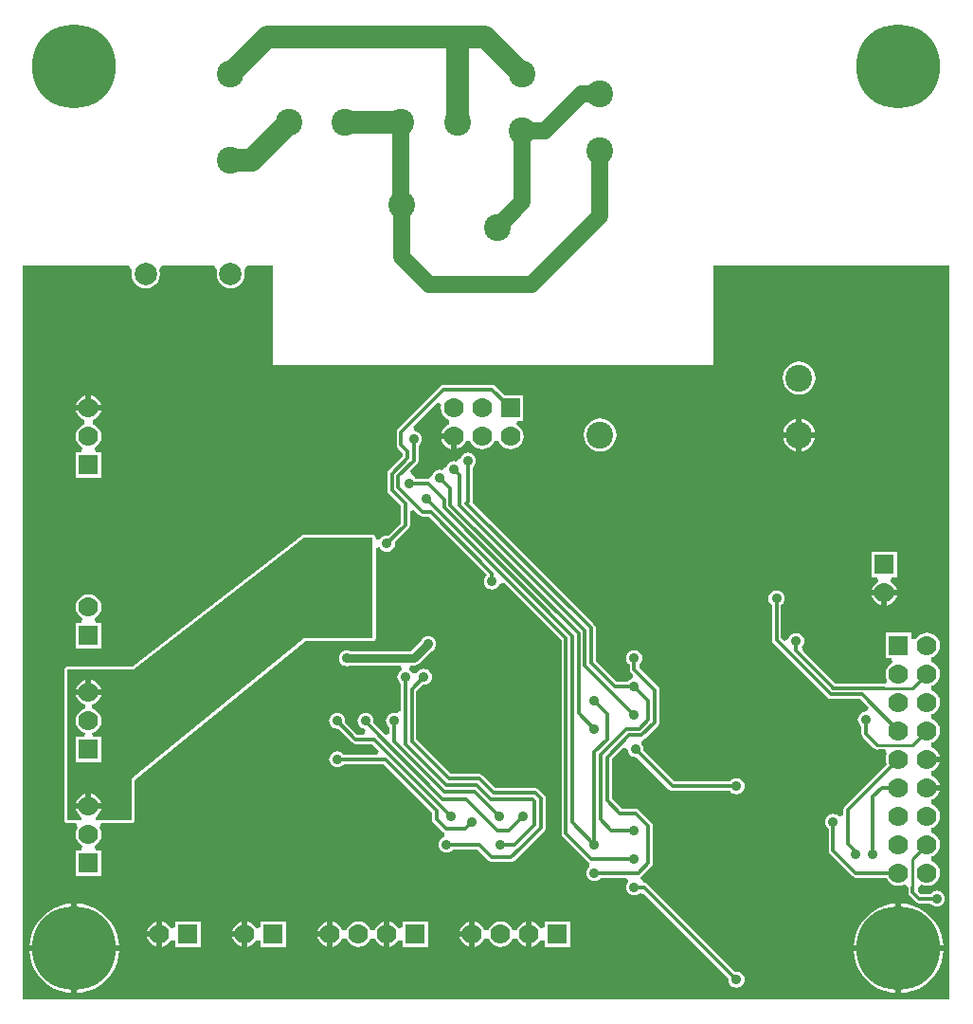
<source format=gbl>
G04*
G04 #@! TF.GenerationSoftware,Altium Limited,Altium Designer,20.0.10 (225)*
G04*
G04 Layer_Physical_Order=2*
G04 Layer_Color=16711680*
%FSLAX44Y44*%
%MOMM*%
G71*
G01*
G75*
%ADD13C,0.2540*%
%ADD15C,0.3048*%
%ADD59C,0.7620*%
%ADD65C,2.0320*%
%ADD66C,1.5240*%
%ADD68C,2.4000*%
%ADD69C,1.7780*%
%ADD70R,1.7780X1.7780*%
%ADD71R,1.7780X1.7780*%
%ADD72C,7.5000*%
%ADD73C,2.0000*%
%ADD74C,0.9144*%
G36*
X1772920Y411480D02*
X944880D01*
Y1066800D01*
X1039730D01*
X1042276Y1062990D01*
X1042083Y1062524D01*
X1041652Y1059250D01*
X1042083Y1055976D01*
X1043346Y1052926D01*
X1045356Y1050306D01*
X1047976Y1048296D01*
X1051026Y1047033D01*
X1054300Y1046602D01*
X1057574Y1047033D01*
X1060624Y1048296D01*
X1063244Y1050306D01*
X1065254Y1052926D01*
X1066517Y1055976D01*
X1066948Y1059250D01*
X1066517Y1062524D01*
X1066324Y1062990D01*
X1068870Y1066800D01*
X1115730D01*
X1118276Y1062990D01*
X1118083Y1062524D01*
X1117652Y1059250D01*
X1118083Y1055976D01*
X1119346Y1052926D01*
X1121356Y1050306D01*
X1123976Y1048296D01*
X1127026Y1047033D01*
X1130300Y1046602D01*
X1133574Y1047033D01*
X1136624Y1048296D01*
X1139244Y1050306D01*
X1141254Y1052926D01*
X1142517Y1055976D01*
X1142948Y1059250D01*
X1142517Y1062524D01*
X1142324Y1062990D01*
X1144870Y1066800D01*
X1168400D01*
Y977900D01*
X1562100D01*
Y1066800D01*
X1772920D01*
Y411480D01*
D02*
G37*
%LPC*%
G36*
X1638300Y981135D02*
X1634504Y980636D01*
X1630967Y979171D01*
X1627930Y976840D01*
X1625599Y973803D01*
X1624134Y970266D01*
X1623634Y966470D01*
X1624134Y962674D01*
X1625599Y959137D01*
X1627930Y956100D01*
X1630967Y953769D01*
X1634504Y952304D01*
X1638300Y951805D01*
X1642096Y952304D01*
X1645633Y953769D01*
X1648670Y956100D01*
X1651001Y959137D01*
X1652466Y962674D01*
X1652966Y966470D01*
X1652466Y970266D01*
X1651001Y973803D01*
X1648670Y976840D01*
X1645633Y979171D01*
X1642096Y980636D01*
X1638300Y981135D01*
D02*
G37*
G36*
X1005840Y950994D02*
Y942340D01*
X1014494D01*
X1014436Y942784D01*
X1013284Y945564D01*
X1011452Y947952D01*
X1009064Y949784D01*
X1006284Y950936D01*
X1005840Y950994D01*
D02*
G37*
G36*
X1000760D02*
X1000316Y950936D01*
X997536Y949784D01*
X995148Y947952D01*
X993316Y945564D01*
X992164Y942784D01*
X992106Y942340D01*
X1000760D01*
Y950994D01*
D02*
G37*
G36*
X1640840Y930001D02*
Y918210D01*
X1652631D01*
X1652466Y919466D01*
X1651001Y923003D01*
X1648670Y926040D01*
X1645633Y928371D01*
X1642096Y929836D01*
X1640840Y930001D01*
D02*
G37*
G36*
X1635760D02*
X1634504Y929836D01*
X1630967Y928371D01*
X1627930Y926040D01*
X1625599Y923003D01*
X1624134Y919466D01*
X1623969Y918210D01*
X1635760D01*
Y930001D01*
D02*
G37*
G36*
X1327150Y911860D02*
X1318496D01*
X1318554Y911416D01*
X1319706Y908636D01*
X1321538Y906248D01*
X1323926Y904416D01*
X1326706Y903264D01*
X1327150Y903206D01*
Y911860D01*
D02*
G37*
G36*
X1363980Y960454D02*
X1320800D01*
X1319214Y960138D01*
X1317870Y959240D01*
X1279770Y921140D01*
X1278872Y919796D01*
X1278556Y918210D01*
Y906780D01*
X1278872Y905194D01*
X1279770Y903850D01*
X1284398Y899222D01*
Y896841D01*
X1271642Y884085D01*
X1270744Y882740D01*
X1270428Y881155D01*
Y866365D01*
X1270744Y864780D01*
X1271642Y863435D01*
X1282366Y852711D01*
Y836806D01*
X1271161Y825601D01*
X1270000Y825753D01*
X1268143Y825509D01*
X1266413Y824792D01*
X1264928Y823652D01*
X1263788Y822167D01*
X1263700Y821954D01*
X1259890Y822712D01*
Y824230D01*
X1259693Y825221D01*
X1259131Y826061D01*
X1258291Y826623D01*
X1257300Y826820D01*
X1196340D01*
X1196002Y826752D01*
X1195658Y826728D01*
X1195510Y826655D01*
X1195349Y826623D01*
X1195062Y826431D01*
X1194754Y826277D01*
X1043054Y708710D01*
X984250D01*
X983259Y708513D01*
X982419Y707951D01*
X981857Y707111D01*
X981660Y706120D01*
Y571500D01*
X981857Y570509D01*
X982419Y569669D01*
X983259Y569107D01*
X984250Y568910D01*
X991848D01*
X993727Y565100D01*
X993316Y564564D01*
X992164Y561784D01*
X991771Y558800D01*
X992164Y555816D01*
X993316Y553036D01*
X995148Y550648D01*
X997536Y548816D01*
X997960Y548640D01*
X997203Y544830D01*
X991870D01*
Y521970D01*
X1014730D01*
Y544830D01*
X1009398D01*
X1008640Y548640D01*
X1009064Y548816D01*
X1011452Y550648D01*
X1013284Y553036D01*
X1014436Y555816D01*
X1014829Y558800D01*
X1014436Y561784D01*
X1013284Y564564D01*
X1012873Y565100D01*
X1014752Y568910D01*
X1041773D01*
X1042764Y569107D01*
X1043604Y569669D01*
X1044166Y570509D01*
X1044363Y571500D01*
X1044363Y607469D01*
X1197258Y731470D01*
X1257300D01*
X1258291Y731667D01*
X1259131Y732229D01*
X1259693Y733069D01*
X1259890Y734060D01*
Y814448D01*
X1263700Y815206D01*
X1263788Y814993D01*
X1264928Y813508D01*
X1266413Y812368D01*
X1268143Y811651D01*
X1270000Y811407D01*
X1271857Y811651D01*
X1273587Y812368D01*
X1275072Y813508D01*
X1276212Y814993D01*
X1276929Y816723D01*
X1277173Y818580D01*
X1277021Y819741D01*
X1289440Y832160D01*
X1290338Y833504D01*
X1290654Y835090D01*
Y847348D01*
X1294174Y848806D01*
X1298820Y844160D01*
X1300164Y843262D01*
X1301750Y842946D01*
X1301750Y842946D01*
X1307371D01*
X1358999Y791319D01*
X1358908Y789932D01*
X1357768Y788447D01*
X1357051Y786717D01*
X1356807Y784860D01*
X1357051Y783003D01*
X1357768Y781273D01*
X1358908Y779788D01*
X1360393Y778648D01*
X1362123Y777931D01*
X1363980Y777687D01*
X1365837Y777931D01*
X1367567Y778648D01*
X1369052Y779788D01*
X1370192Y781273D01*
X1370592Y782239D01*
X1373036Y783227D01*
X1374806Y783414D01*
X1425876Y732344D01*
Y560070D01*
X1426192Y558484D01*
X1427090Y557140D01*
X1449950Y534280D01*
X1450228Y534095D01*
X1450423Y533684D01*
X1450694Y530641D01*
X1450486Y529688D01*
X1450348Y529582D01*
X1449208Y528097D01*
X1448491Y526367D01*
X1448247Y524510D01*
X1448491Y522653D01*
X1449208Y520923D01*
X1450348Y519438D01*
X1451833Y518298D01*
X1453563Y517581D01*
X1455420Y517337D01*
X1457277Y517581D01*
X1459007Y518298D01*
X1460492Y519438D01*
X1461205Y520366D01*
X1484189D01*
X1485381Y517950D01*
X1485658Y516556D01*
X1484768Y515397D01*
X1484051Y513667D01*
X1483807Y511810D01*
X1484051Y509953D01*
X1484768Y508223D01*
X1485908Y506738D01*
X1487393Y505598D01*
X1489123Y504881D01*
X1490980Y504637D01*
X1492837Y504881D01*
X1494567Y505598D01*
X1496052Y506738D01*
X1499933Y505887D01*
X1575399Y430421D01*
X1575247Y429260D01*
X1575491Y427403D01*
X1576208Y425673D01*
X1577348Y424188D01*
X1578833Y423048D01*
X1580563Y422331D01*
X1582420Y422087D01*
X1584277Y422331D01*
X1586007Y423048D01*
X1587492Y424188D01*
X1588632Y425673D01*
X1589349Y427403D01*
X1589593Y429260D01*
X1589349Y431117D01*
X1588632Y432847D01*
X1587492Y434332D01*
X1586007Y435472D01*
X1584277Y436189D01*
X1582420Y436433D01*
X1581259Y436281D01*
X1502800Y514740D01*
X1501456Y515638D01*
X1499870Y515954D01*
X1499535D01*
X1498683Y516465D01*
X1496566Y519681D01*
X1496902Y521033D01*
X1497720Y521580D01*
X1506610Y530470D01*
X1507508Y531814D01*
X1507824Y533400D01*
Y566420D01*
X1507508Y568006D01*
X1506610Y569350D01*
X1495180Y580780D01*
X1493836Y581678D01*
X1492250Y581994D01*
X1479996D01*
X1470740Y591250D01*
Y626114D01*
X1481478Y636852D01*
X1485086Y635073D01*
X1485077Y635000D01*
X1485321Y633143D01*
X1486038Y631413D01*
X1487178Y629928D01*
X1488663Y628788D01*
X1490393Y628071D01*
X1492250Y627827D01*
X1493411Y627979D01*
X1522340Y599050D01*
X1523684Y598152D01*
X1525270Y597836D01*
X1576635D01*
X1577348Y596908D01*
X1578833Y595768D01*
X1580563Y595051D01*
X1582420Y594807D01*
X1584277Y595051D01*
X1586007Y595768D01*
X1587492Y596908D01*
X1588632Y598393D01*
X1589349Y600123D01*
X1589593Y601980D01*
X1589349Y603837D01*
X1588632Y605567D01*
X1587492Y607052D01*
X1586007Y608192D01*
X1584277Y608909D01*
X1582420Y609153D01*
X1580563Y608909D01*
X1578833Y608192D01*
X1577348Y607052D01*
X1576635Y606124D01*
X1526986D01*
X1499271Y633839D01*
X1499423Y635000D01*
X1499179Y636857D01*
X1498462Y638587D01*
X1497572Y639746D01*
X1497583Y640751D01*
X1498746Y643782D01*
X1499198Y643872D01*
X1500543Y644770D01*
X1512198Y656425D01*
X1513096Y657770D01*
X1513412Y659355D01*
Y687832D01*
X1513096Y689418D01*
X1512198Y690762D01*
X1495901Y707059D01*
X1496052Y711208D01*
X1497192Y712693D01*
X1497909Y714423D01*
X1498153Y716280D01*
X1497909Y718137D01*
X1497192Y719867D01*
X1496052Y721352D01*
X1494567Y722492D01*
X1492837Y723209D01*
X1490980Y723453D01*
X1489123Y723209D01*
X1487393Y722492D01*
X1485908Y721352D01*
X1484768Y719867D01*
X1484051Y718137D01*
X1483807Y716280D01*
X1484051Y714423D01*
X1484768Y712693D01*
X1485908Y711208D01*
X1486836Y710495D01*
Y706120D01*
X1487152Y704534D01*
X1488050Y703190D01*
X1489534Y701706D01*
X1489348Y699936D01*
X1488359Y697493D01*
X1487393Y697092D01*
X1485908Y695952D01*
X1485195Y695024D01*
X1475199D01*
X1456516Y713707D01*
Y743318D01*
X1456200Y744904D01*
X1455302Y746248D01*
X1346397Y855153D01*
X1346534Y855840D01*
Y887025D01*
X1347462Y887738D01*
X1348602Y889223D01*
X1349319Y890953D01*
X1349563Y892810D01*
X1349319Y894667D01*
X1348602Y896397D01*
X1347462Y897882D01*
X1345977Y899022D01*
X1344247Y899739D01*
X1342390Y899983D01*
X1340533Y899739D01*
X1338803Y899022D01*
X1337318Y897882D01*
X1336178Y896397D01*
X1335461Y894667D01*
X1335435Y894468D01*
X1335187Y894116D01*
X1332119Y892227D01*
X1331547Y892119D01*
X1329690Y892363D01*
X1327833Y892119D01*
X1326103Y891402D01*
X1324618Y890262D01*
X1323478Y888777D01*
X1322761Y887047D01*
X1322735Y886848D01*
X1322487Y886496D01*
X1319419Y884607D01*
X1318847Y884499D01*
X1316990Y884743D01*
X1315133Y884499D01*
X1313403Y883782D01*
X1311918Y882642D01*
X1310778Y881157D01*
X1310147Y879635D01*
X1310003Y879380D01*
X1306993Y876929D01*
X1306085Y876724D01*
X1296105D01*
X1295392Y877652D01*
X1293907Y878792D01*
X1292177Y879509D01*
X1292089Y879520D01*
X1290672Y883492D01*
X1297060Y889880D01*
X1297958Y891224D01*
X1298274Y892810D01*
Y906424D01*
X1299202Y907137D01*
X1300342Y908623D01*
X1301059Y910353D01*
X1301303Y912209D01*
X1301059Y914066D01*
X1300342Y915796D01*
X1299202Y917282D01*
X1297717Y918422D01*
X1295987Y919138D01*
X1295006Y919268D01*
X1293764Y921540D01*
X1293492Y923142D01*
X1315347Y944997D01*
X1318577Y942839D01*
X1318554Y942784D01*
X1318161Y939800D01*
X1318554Y936816D01*
X1319706Y934036D01*
X1321538Y931648D01*
X1323926Y929816D01*
X1325761Y929056D01*
Y925144D01*
X1323926Y924384D01*
X1321538Y922552D01*
X1319706Y920164D01*
X1318554Y917384D01*
X1318496Y916940D01*
X1329690D01*
Y914400D01*
X1332230D01*
Y903206D01*
X1332674Y903264D01*
X1335454Y904416D01*
X1337842Y906248D01*
X1339674Y908636D01*
X1340434Y910471D01*
X1344346D01*
X1345106Y908636D01*
X1346938Y906248D01*
X1349326Y904416D01*
X1352106Y903264D01*
X1355090Y902871D01*
X1358074Y903264D01*
X1360854Y904416D01*
X1363242Y906248D01*
X1365074Y908636D01*
X1365834Y910471D01*
X1369746D01*
X1370506Y908636D01*
X1372338Y906248D01*
X1374726Y904416D01*
X1377506Y903264D01*
X1380490Y902871D01*
X1383474Y903264D01*
X1386254Y904416D01*
X1388642Y906248D01*
X1390474Y908636D01*
X1391626Y911416D01*
X1392019Y914400D01*
X1391626Y917384D01*
X1390474Y920164D01*
X1388642Y922552D01*
X1386254Y924384D01*
X1385830Y924560D01*
X1386588Y928370D01*
X1391920D01*
Y951230D01*
X1374920D01*
X1366910Y959240D01*
X1365566Y960138D01*
X1363980Y960454D01*
D02*
G37*
G36*
X1652631Y913130D02*
X1640840D01*
Y901339D01*
X1642096Y901504D01*
X1645633Y902969D01*
X1648670Y905300D01*
X1651001Y908337D01*
X1652466Y911874D01*
X1652631Y913130D01*
D02*
G37*
G36*
X1635760D02*
X1623969D01*
X1624134Y911874D01*
X1625599Y908337D01*
X1627930Y905300D01*
X1630967Y902969D01*
X1634504Y901504D01*
X1635760Y901339D01*
Y913130D01*
D02*
G37*
G36*
X1460500Y930335D02*
X1456704Y929836D01*
X1453167Y928371D01*
X1450130Y926040D01*
X1447799Y923003D01*
X1446334Y919466D01*
X1445835Y915670D01*
X1446334Y911874D01*
X1447799Y908337D01*
X1450130Y905300D01*
X1453167Y902969D01*
X1456704Y901504D01*
X1460500Y901004D01*
X1464296Y901504D01*
X1467833Y902969D01*
X1470870Y905300D01*
X1473201Y908337D01*
X1474666Y911874D01*
X1475166Y915670D01*
X1474666Y919466D01*
X1473201Y923003D01*
X1470870Y926040D01*
X1467833Y928371D01*
X1464296Y929836D01*
X1460500Y930335D01*
D02*
G37*
G36*
X1014494Y937260D02*
X1003300D01*
X992106D01*
X992164Y936816D01*
X993316Y934036D01*
X995148Y931648D01*
X997536Y929816D01*
X999371Y929056D01*
Y925144D01*
X997536Y924384D01*
X995148Y922552D01*
X993316Y920164D01*
X992164Y917384D01*
X991771Y914400D01*
X992164Y911416D01*
X993316Y908636D01*
X995148Y906248D01*
X997536Y904416D01*
X997960Y904240D01*
X997203Y900430D01*
X991870D01*
Y877570D01*
X1014730D01*
Y900430D01*
X1009398D01*
X1008640Y904240D01*
X1009064Y904416D01*
X1011452Y906248D01*
X1013284Y908636D01*
X1014436Y911416D01*
X1014829Y914400D01*
X1014436Y917384D01*
X1013284Y920164D01*
X1011452Y922552D01*
X1009064Y924384D01*
X1007229Y925144D01*
Y929056D01*
X1009064Y929816D01*
X1011452Y931648D01*
X1013284Y934036D01*
X1014436Y936816D01*
X1014494Y937260D01*
D02*
G37*
G36*
X1725930Y811530D02*
X1703070D01*
Y788670D01*
X1708403D01*
X1709160Y784860D01*
X1708736Y784684D01*
X1706348Y782852D01*
X1704516Y780464D01*
X1703364Y777684D01*
X1703306Y777240D01*
X1714500D01*
X1725694D01*
X1725636Y777684D01*
X1724484Y780464D01*
X1722652Y782852D01*
X1720264Y784684D01*
X1719840Y784860D01*
X1720598Y788670D01*
X1725930D01*
Y811530D01*
D02*
G37*
G36*
X1725694Y772160D02*
X1717040D01*
Y763506D01*
X1717484Y763564D01*
X1720264Y764716D01*
X1722652Y766548D01*
X1724484Y768936D01*
X1725636Y771716D01*
X1725694Y772160D01*
D02*
G37*
G36*
X1711960D02*
X1703306D01*
X1703364Y771716D01*
X1704516Y768936D01*
X1706348Y766548D01*
X1708736Y764716D01*
X1711516Y763564D01*
X1711960Y763506D01*
Y772160D01*
D02*
G37*
G36*
X1003300Y773529D02*
X1000316Y773136D01*
X997536Y771984D01*
X995148Y770152D01*
X993316Y767764D01*
X992164Y764984D01*
X991771Y762000D01*
X992164Y759016D01*
X993316Y756236D01*
X995148Y753848D01*
X997536Y752016D01*
X997960Y751840D01*
X997203Y748030D01*
X991870D01*
Y725170D01*
X1014730D01*
Y748030D01*
X1009398D01*
X1008640Y751840D01*
X1009064Y752016D01*
X1011452Y753848D01*
X1013284Y756236D01*
X1014436Y759016D01*
X1014829Y762000D01*
X1014436Y764984D01*
X1013284Y767764D01*
X1011452Y770152D01*
X1009064Y771984D01*
X1006284Y773136D01*
X1003300Y773529D01*
D02*
G37*
G36*
X1306830Y736153D02*
X1304973Y735909D01*
X1303243Y735192D01*
X1301758Y734052D01*
X1300618Y732567D01*
X1300163Y731469D01*
X1291448Y722754D01*
X1237394D01*
X1236297Y723209D01*
X1234440Y723453D01*
X1232583Y723209D01*
X1230853Y722492D01*
X1229368Y721352D01*
X1228228Y719867D01*
X1227511Y718137D01*
X1227267Y716280D01*
X1227511Y714423D01*
X1228228Y712693D01*
X1229368Y711208D01*
X1230853Y710068D01*
X1232583Y709351D01*
X1234440Y709107D01*
X1236297Y709351D01*
X1237394Y709806D01*
X1282198D01*
X1282955Y705996D01*
X1282923Y705982D01*
X1281438Y704842D01*
X1280298Y703357D01*
X1279581Y701627D01*
X1279337Y699770D01*
X1279581Y697913D01*
X1280298Y696183D01*
X1281438Y694698D01*
X1282366Y693985D01*
Y669550D01*
X1281802Y668868D01*
X1278556Y667184D01*
X1278207Y667329D01*
X1276350Y667573D01*
X1274493Y667329D01*
X1272763Y666612D01*
X1271278Y665472D01*
X1270138Y663987D01*
X1269421Y662257D01*
X1269177Y660400D01*
X1269421Y658543D01*
X1270138Y656813D01*
X1271278Y655328D01*
X1272206Y654615D01*
Y648994D01*
X1268686Y647536D01*
X1257820Y658402D01*
X1257879Y658543D01*
X1258123Y660400D01*
X1257879Y662257D01*
X1257162Y663987D01*
X1256022Y665472D01*
X1254537Y666612D01*
X1252807Y667329D01*
X1250950Y667573D01*
X1249093Y667329D01*
X1247363Y666612D01*
X1245878Y665472D01*
X1244738Y663987D01*
X1244021Y662257D01*
X1243777Y660400D01*
X1244021Y658543D01*
X1244738Y656813D01*
X1245878Y655328D01*
X1247363Y654188D01*
X1249093Y653471D01*
X1249796Y653379D01*
X1250904Y651844D01*
X1249013Y648034D01*
X1243776D01*
X1232571Y659239D01*
X1232723Y660400D01*
X1232479Y662257D01*
X1231762Y663987D01*
X1230622Y665472D01*
X1229137Y666612D01*
X1227407Y667329D01*
X1225550Y667573D01*
X1223693Y667329D01*
X1221963Y666612D01*
X1220478Y665472D01*
X1219338Y663987D01*
X1218621Y662257D01*
X1218377Y660400D01*
X1218621Y658543D01*
X1219338Y656813D01*
X1220478Y655328D01*
X1221963Y654188D01*
X1223693Y653471D01*
X1225550Y653227D01*
X1226711Y653379D01*
X1239130Y640960D01*
X1240474Y640062D01*
X1242060Y639746D01*
X1256854D01*
X1262826Y633774D01*
X1261368Y630254D01*
X1231335D01*
X1230622Y631182D01*
X1229137Y632322D01*
X1227407Y633039D01*
X1225550Y633283D01*
X1223693Y633039D01*
X1221963Y632322D01*
X1220478Y631182D01*
X1219338Y629697D01*
X1218621Y627967D01*
X1218377Y626110D01*
X1218621Y624253D01*
X1219338Y622523D01*
X1220478Y621038D01*
X1221963Y619898D01*
X1223693Y619181D01*
X1225550Y618937D01*
X1227407Y619181D01*
X1229137Y619898D01*
X1230622Y621038D01*
X1231335Y621966D01*
X1266731D01*
X1310306Y578391D01*
Y572770D01*
X1310622Y571184D01*
X1311520Y569840D01*
X1320410Y560950D01*
X1320945Y560593D01*
X1321173Y559005D01*
X1321054Y557687D01*
X1320708Y556518D01*
X1319753Y556122D01*
X1318268Y554982D01*
X1317128Y553497D01*
X1316411Y551767D01*
X1316167Y549910D01*
X1316411Y548053D01*
X1317128Y546323D01*
X1318268Y544838D01*
X1319753Y543698D01*
X1321483Y542981D01*
X1323340Y542737D01*
X1325197Y542981D01*
X1326927Y543698D01*
X1328412Y544838D01*
X1329125Y545766D01*
X1350834D01*
X1361050Y535550D01*
X1362394Y534652D01*
X1363980Y534336D01*
X1380773D01*
X1382358Y534652D01*
X1383703Y535550D01*
X1391972Y543819D01*
X1391972Y543819D01*
X1410598Y562445D01*
X1411496Y563790D01*
X1411812Y565375D01*
Y591079D01*
X1411812Y591079D01*
X1411496Y592665D01*
X1410598Y594009D01*
X1405539Y599068D01*
X1404195Y599966D01*
X1402609Y600282D01*
X1367024D01*
X1355537Y611768D01*
X1354193Y612666D01*
X1352607Y612982D01*
X1326949D01*
X1296242Y643689D01*
Y687132D01*
X1301859Y692749D01*
X1303020Y692597D01*
X1304877Y692841D01*
X1306607Y693558D01*
X1308092Y694698D01*
X1309232Y696183D01*
X1309949Y697913D01*
X1310193Y699770D01*
X1309949Y701627D01*
X1309232Y703357D01*
X1308092Y704842D01*
X1306607Y705982D01*
X1304877Y706699D01*
X1303020Y706943D01*
X1301163Y706699D01*
X1299433Y705982D01*
X1297948Y704842D01*
X1296808Y703357D01*
X1292722D01*
X1291582Y704842D01*
X1290097Y705982D01*
X1290065Y705996D01*
X1290822Y709806D01*
X1294130D01*
X1296608Y710298D01*
X1298708Y711702D01*
X1309319Y722313D01*
X1310417Y722768D01*
X1311902Y723908D01*
X1313042Y725393D01*
X1313759Y727123D01*
X1314003Y728980D01*
X1313759Y730837D01*
X1313042Y732567D01*
X1311902Y734052D01*
X1310417Y735192D01*
X1308687Y735909D01*
X1306830Y736153D01*
D02*
G37*
G36*
X1618090Y776793D02*
X1616233Y776549D01*
X1614503Y775832D01*
X1613018Y774692D01*
X1611878Y773207D01*
X1611161Y771477D01*
X1610917Y769620D01*
X1611161Y767763D01*
X1611878Y766033D01*
X1613018Y764548D01*
X1613946Y763835D01*
Y732680D01*
X1614262Y731094D01*
X1615160Y729750D01*
X1663818Y681092D01*
X1665162Y680194D01*
X1666748Y679878D01*
X1692972D01*
X1700651Y672199D01*
X1698714Y668748D01*
X1697990Y668843D01*
X1696133Y668599D01*
X1694403Y667882D01*
X1692918Y666742D01*
X1691778Y665257D01*
X1691061Y663527D01*
X1690817Y661670D01*
X1691061Y659813D01*
X1691778Y658083D01*
X1692918Y656598D01*
X1694107Y655685D01*
Y648709D01*
X1694423Y647123D01*
X1695321Y645779D01*
X1705220Y635880D01*
X1706564Y634982D01*
X1708150Y634666D01*
X1709452Y634925D01*
X1714755D01*
X1715879Y633532D01*
X1716902Y631115D01*
X1716064Y629094D01*
X1715671Y626110D01*
X1716064Y623126D01*
X1716736Y621506D01*
X1679312Y584082D01*
X1678414Y582738D01*
X1678098Y581152D01*
Y575825D01*
X1674288Y574734D01*
X1673852Y575302D01*
X1672367Y576442D01*
X1670637Y577159D01*
X1668780Y577403D01*
X1666923Y577159D01*
X1665193Y576442D01*
X1663708Y575302D01*
X1662568Y573817D01*
X1661851Y572087D01*
X1661607Y570230D01*
X1661851Y568373D01*
X1662568Y566643D01*
X1663708Y565158D01*
X1664636Y564445D01*
Y544830D01*
X1664952Y543244D01*
X1665850Y541900D01*
X1686170Y521580D01*
X1687514Y520682D01*
X1689100Y520366D01*
X1716545D01*
X1717216Y518746D01*
X1719048Y516358D01*
X1721436Y514526D01*
X1724216Y513374D01*
X1727200Y512981D01*
X1730184Y513374D01*
X1732205Y514212D01*
X1733640Y513797D01*
X1733894Y513648D01*
X1735770Y511876D01*
X1735756Y511810D01*
Y507492D01*
X1736072Y505906D01*
X1736970Y504562D01*
X1742812Y498720D01*
X1744156Y497822D01*
X1745742Y497506D01*
X1755705D01*
X1756418Y496578D01*
X1757903Y495438D01*
X1759633Y494721D01*
X1761490Y494477D01*
X1763347Y494721D01*
X1765077Y495438D01*
X1766562Y496578D01*
X1767702Y498063D01*
X1768419Y499793D01*
X1768663Y501650D01*
X1768419Y503507D01*
X1767702Y505237D01*
X1766562Y506722D01*
X1765077Y507862D01*
X1763347Y508579D01*
X1761490Y508823D01*
X1759633Y508579D01*
X1757903Y507862D01*
X1756418Y506722D01*
X1755705Y505794D01*
X1747546D01*
X1744837Y508518D01*
X1744869Y511960D01*
X1748142Y513985D01*
X1749616Y513374D01*
X1752600Y512981D01*
X1755584Y513374D01*
X1758364Y514526D01*
X1760752Y516358D01*
X1762584Y518746D01*
X1763736Y521526D01*
X1764129Y524510D01*
X1763736Y527494D01*
X1762584Y530274D01*
X1760752Y532662D01*
X1758364Y534494D01*
X1756529Y535254D01*
Y539166D01*
X1758364Y539926D01*
X1760752Y541758D01*
X1762584Y544146D01*
X1763736Y546926D01*
X1764129Y549910D01*
X1763736Y552894D01*
X1762584Y555674D01*
X1760752Y558062D01*
X1758364Y559894D01*
X1756529Y560654D01*
Y564566D01*
X1758364Y565326D01*
X1760752Y567158D01*
X1762584Y569546D01*
X1763736Y572326D01*
X1764129Y575310D01*
X1763736Y578294D01*
X1762584Y581074D01*
X1760752Y583462D01*
X1758364Y585294D01*
X1756529Y586054D01*
Y589966D01*
X1758364Y590726D01*
X1760752Y592558D01*
X1762584Y594946D01*
X1763736Y597726D01*
X1763794Y598170D01*
X1752600D01*
Y603250D01*
X1763794D01*
X1763736Y603694D01*
X1762584Y606474D01*
X1760752Y608862D01*
X1758364Y610694D01*
X1756529Y611454D01*
Y615366D01*
X1758364Y616126D01*
X1760752Y617958D01*
X1762584Y620346D01*
X1763736Y623126D01*
X1763794Y623570D01*
X1752600D01*
Y628650D01*
X1763794D01*
X1763736Y629094D01*
X1762584Y631874D01*
X1760752Y634262D01*
X1758364Y636094D01*
X1756529Y636854D01*
Y640766D01*
X1758364Y641526D01*
X1760752Y643358D01*
X1762584Y645746D01*
X1763736Y648526D01*
X1764129Y651510D01*
X1763736Y654494D01*
X1762584Y657274D01*
X1760752Y659662D01*
X1758364Y661494D01*
X1756529Y662254D01*
Y666166D01*
X1758364Y666926D01*
X1760752Y668758D01*
X1762584Y671146D01*
X1763736Y673926D01*
X1764129Y676910D01*
X1763736Y679894D01*
X1762584Y682674D01*
X1760752Y685062D01*
X1758364Y686894D01*
X1756529Y687654D01*
Y691566D01*
X1758364Y692326D01*
X1760752Y694158D01*
X1762584Y696546D01*
X1763736Y699326D01*
X1764129Y702310D01*
X1763736Y705294D01*
X1762584Y708074D01*
X1760752Y710462D01*
X1758364Y712294D01*
X1756529Y713054D01*
Y716966D01*
X1758364Y717726D01*
X1760752Y719558D01*
X1762584Y721946D01*
X1763736Y724726D01*
X1764129Y727710D01*
X1763736Y730694D01*
X1762584Y733474D01*
X1760752Y735862D01*
X1758364Y737694D01*
X1755584Y738846D01*
X1752600Y739239D01*
X1749616Y738846D01*
X1746836Y737694D01*
X1744448Y735862D01*
X1742616Y733474D01*
X1742440Y733050D01*
X1738630Y733808D01*
Y739140D01*
X1715770D01*
Y716280D01*
X1721102D01*
X1721860Y712470D01*
X1721436Y712294D01*
X1719048Y710462D01*
X1717216Y708074D01*
X1716064Y705294D01*
X1715671Y702310D01*
X1716064Y699326D01*
X1716902Y697305D01*
X1716487Y695870D01*
X1716338Y695616D01*
X1714566Y693740D01*
X1714500Y693754D01*
X1670779D01*
X1641905Y722627D01*
X1640832Y726448D01*
X1641972Y727933D01*
X1642689Y729663D01*
X1642933Y731520D01*
X1642689Y733377D01*
X1641972Y735107D01*
X1640832Y736592D01*
X1639347Y737732D01*
X1637617Y738449D01*
X1635760Y738693D01*
X1633903Y738449D01*
X1632173Y737732D01*
X1630688Y736592D01*
X1629548Y735107D01*
X1628831Y733377D01*
X1628809Y733209D01*
X1624881Y731749D01*
X1622234Y734396D01*
Y763835D01*
X1623162Y764548D01*
X1624302Y766033D01*
X1625019Y767763D01*
X1625263Y769620D01*
X1625019Y771477D01*
X1624302Y773207D01*
X1623162Y774692D01*
X1621677Y775832D01*
X1619947Y776549D01*
X1618090Y776793D01*
D02*
G37*
G36*
X1433830Y481330D02*
X1410970D01*
Y475998D01*
X1407160Y475240D01*
X1406984Y475664D01*
X1405152Y478052D01*
X1402764Y479884D01*
X1399984Y481036D01*
X1399540Y481094D01*
Y469900D01*
Y458706D01*
X1399984Y458764D01*
X1402764Y459916D01*
X1405152Y461748D01*
X1406984Y464136D01*
X1407160Y464560D01*
X1410970Y463802D01*
Y458470D01*
X1433830D01*
Y481330D01*
D02*
G37*
G36*
X1306830D02*
X1283970D01*
Y475998D01*
X1280160Y475240D01*
X1279984Y475664D01*
X1278152Y478052D01*
X1275764Y479884D01*
X1272984Y481036D01*
X1272540Y481094D01*
Y469900D01*
Y458706D01*
X1272984Y458764D01*
X1275764Y459916D01*
X1278152Y461748D01*
X1279984Y464136D01*
X1280160Y464560D01*
X1283970Y463802D01*
Y458470D01*
X1306830D01*
Y481330D01*
D02*
G37*
G36*
X1179830D02*
X1156970D01*
Y475998D01*
X1153160Y475240D01*
X1152984Y475664D01*
X1151152Y478052D01*
X1148764Y479884D01*
X1145984Y481036D01*
X1145540Y481094D01*
Y469900D01*
Y458706D01*
X1145984Y458764D01*
X1148764Y459916D01*
X1151152Y461748D01*
X1152984Y464136D01*
X1153160Y464560D01*
X1156970Y463802D01*
Y458470D01*
X1179830D01*
Y481330D01*
D02*
G37*
G36*
X1103630D02*
X1080770D01*
Y475998D01*
X1076960Y475240D01*
X1076784Y475664D01*
X1074952Y478052D01*
X1072564Y479884D01*
X1069784Y481036D01*
X1069340Y481094D01*
Y469900D01*
Y458706D01*
X1069784Y458764D01*
X1072564Y459916D01*
X1074952Y461748D01*
X1076784Y464136D01*
X1076960Y464560D01*
X1080770Y463802D01*
Y458470D01*
X1103630D01*
Y481330D01*
D02*
G37*
G36*
X1371600Y481429D02*
X1368616Y481036D01*
X1365836Y479884D01*
X1363448Y478052D01*
X1361616Y475664D01*
X1360856Y473829D01*
X1356944D01*
X1356184Y475664D01*
X1354352Y478052D01*
X1351964Y479884D01*
X1349184Y481036D01*
X1348740Y481094D01*
Y469900D01*
Y458706D01*
X1349184Y458764D01*
X1351964Y459916D01*
X1354352Y461748D01*
X1356184Y464136D01*
X1356944Y465971D01*
X1360856D01*
X1361616Y464136D01*
X1363448Y461748D01*
X1365836Y459916D01*
X1368616Y458764D01*
X1371600Y458371D01*
X1374584Y458764D01*
X1377364Y459916D01*
X1379752Y461748D01*
X1381584Y464136D01*
X1382344Y465971D01*
X1386256D01*
X1387016Y464136D01*
X1388848Y461748D01*
X1391236Y459916D01*
X1394016Y458764D01*
X1394460Y458706D01*
Y469900D01*
Y481094D01*
X1394016Y481036D01*
X1391236Y479884D01*
X1388848Y478052D01*
X1387016Y475664D01*
X1386256Y473829D01*
X1382344D01*
X1381584Y475664D01*
X1379752Y478052D01*
X1377364Y479884D01*
X1374584Y481036D01*
X1371600Y481429D01*
D02*
G37*
G36*
X1244600D02*
X1241616Y481036D01*
X1238836Y479884D01*
X1236448Y478052D01*
X1234616Y475664D01*
X1233856Y473829D01*
X1229944D01*
X1229184Y475664D01*
X1227352Y478052D01*
X1224964Y479884D01*
X1222184Y481036D01*
X1221740Y481094D01*
Y469900D01*
Y458706D01*
X1222184Y458764D01*
X1224964Y459916D01*
X1227352Y461748D01*
X1229184Y464136D01*
X1229944Y465971D01*
X1233856D01*
X1234616Y464136D01*
X1236448Y461748D01*
X1238836Y459916D01*
X1241616Y458764D01*
X1244600Y458371D01*
X1247584Y458764D01*
X1250364Y459916D01*
X1252752Y461748D01*
X1254584Y464136D01*
X1255344Y465971D01*
X1259256D01*
X1260016Y464136D01*
X1261848Y461748D01*
X1264236Y459916D01*
X1267016Y458764D01*
X1267460Y458706D01*
Y469900D01*
Y481094D01*
X1267016Y481036D01*
X1264236Y479884D01*
X1261848Y478052D01*
X1260016Y475664D01*
X1259256Y473829D01*
X1255344D01*
X1254584Y475664D01*
X1252752Y478052D01*
X1250364Y479884D01*
X1247584Y481036D01*
X1244600Y481429D01*
D02*
G37*
G36*
X1343660Y481094D02*
X1343216Y481036D01*
X1340436Y479884D01*
X1338048Y478052D01*
X1336216Y475664D01*
X1335064Y472884D01*
X1335006Y472440D01*
X1343660D01*
Y481094D01*
D02*
G37*
G36*
X1216660D02*
X1216216Y481036D01*
X1213436Y479884D01*
X1211048Y478052D01*
X1209216Y475664D01*
X1208064Y472884D01*
X1208006Y472440D01*
X1216660D01*
Y481094D01*
D02*
G37*
G36*
X1140460D02*
X1140016Y481036D01*
X1137236Y479884D01*
X1134848Y478052D01*
X1133016Y475664D01*
X1131864Y472884D01*
X1131806Y472440D01*
X1140460D01*
Y481094D01*
D02*
G37*
G36*
X1064260D02*
X1063816Y481036D01*
X1061036Y479884D01*
X1058648Y478052D01*
X1056816Y475664D01*
X1055664Y472884D01*
X1055606Y472440D01*
X1064260D01*
Y481094D01*
D02*
G37*
G36*
X1729740Y497164D02*
Y459740D01*
X1767164D01*
X1766869Y463483D01*
X1765398Y469611D01*
X1762986Y475434D01*
X1759693Y480808D01*
X1755600Y485600D01*
X1750808Y489693D01*
X1745434Y492986D01*
X1739611Y495398D01*
X1733483Y496869D01*
X1729740Y497164D01*
D02*
G37*
G36*
X993140D02*
Y459740D01*
X1030564D01*
X1030269Y463483D01*
X1028798Y469611D01*
X1026386Y475434D01*
X1023093Y480808D01*
X1019000Y485600D01*
X1014208Y489693D01*
X1008834Y492986D01*
X1003011Y495398D01*
X996883Y496869D01*
X993140Y497164D01*
D02*
G37*
G36*
X988060D02*
X984317Y496869D01*
X978189Y495398D01*
X972366Y492986D01*
X966992Y489693D01*
X962200Y485600D01*
X958107Y480808D01*
X954814Y475434D01*
X952402Y469611D01*
X950931Y463483D01*
X950636Y459740D01*
X988060D01*
Y497164D01*
D02*
G37*
G36*
X1724660D02*
X1720917Y496869D01*
X1714789Y495398D01*
X1708966Y492986D01*
X1703592Y489693D01*
X1698800Y485600D01*
X1694707Y480808D01*
X1691414Y475434D01*
X1689002Y469611D01*
X1687531Y463483D01*
X1687236Y459740D01*
X1724660D01*
Y497164D01*
D02*
G37*
G36*
X1343660Y467360D02*
X1335006D01*
X1335064Y466916D01*
X1336216Y464136D01*
X1338048Y461748D01*
X1340436Y459916D01*
X1343216Y458764D01*
X1343660Y458706D01*
Y467360D01*
D02*
G37*
G36*
X1216660D02*
X1208006D01*
X1208064Y466916D01*
X1209216Y464136D01*
X1211048Y461748D01*
X1213436Y459916D01*
X1216216Y458764D01*
X1216660Y458706D01*
Y467360D01*
D02*
G37*
G36*
X1140460D02*
X1131806D01*
X1131864Y466916D01*
X1133016Y464136D01*
X1134848Y461748D01*
X1137236Y459916D01*
X1140016Y458764D01*
X1140460Y458706D01*
Y467360D01*
D02*
G37*
G36*
X1064260D02*
X1055606D01*
X1055664Y466916D01*
X1056816Y464136D01*
X1058648Y461748D01*
X1061036Y459916D01*
X1063816Y458764D01*
X1064260Y458706D01*
Y467360D01*
D02*
G37*
G36*
X1767164Y454660D02*
X1729740D01*
Y417236D01*
X1733483Y417531D01*
X1739611Y419002D01*
X1745434Y421414D01*
X1750808Y424707D01*
X1755600Y428800D01*
X1759693Y433592D01*
X1762986Y438966D01*
X1765398Y444789D01*
X1766869Y450917D01*
X1767164Y454660D01*
D02*
G37*
G36*
X1030564D02*
X993140D01*
Y417236D01*
X996883Y417531D01*
X1003011Y419002D01*
X1008834Y421414D01*
X1014208Y424707D01*
X1019000Y428800D01*
X1023093Y433592D01*
X1026386Y438966D01*
X1028798Y444789D01*
X1030269Y450917D01*
X1030564Y454660D01*
D02*
G37*
G36*
X1724660D02*
X1687236D01*
X1687531Y450917D01*
X1689002Y444789D01*
X1691414Y438966D01*
X1694707Y433592D01*
X1698800Y428800D01*
X1703592Y424707D01*
X1708966Y421414D01*
X1714789Y419002D01*
X1720917Y417531D01*
X1724660Y417236D01*
Y454660D01*
D02*
G37*
G36*
X988060D02*
X950636D01*
X950931Y450917D01*
X952402Y444789D01*
X954814Y438966D01*
X958107Y433592D01*
X962200Y428800D01*
X966992Y424707D01*
X972366Y421414D01*
X978189Y419002D01*
X984317Y417531D01*
X988060Y417236D01*
Y454660D01*
D02*
G37*
%LPD*%
G36*
X1257300Y734060D02*
X1196340D01*
X1041773Y608703D01*
X1041773Y571500D01*
X1010331D01*
X1009662Y572934D01*
X1009497Y574548D01*
X1011452Y576048D01*
X1013284Y578436D01*
X1014436Y581216D01*
X1014494Y581660D01*
X1003300D01*
X992106D01*
X992164Y581216D01*
X993316Y578436D01*
X995148Y576048D01*
X997103Y574548D01*
X996938Y572934D01*
X996269Y571500D01*
X984250D01*
Y706120D01*
X1043940D01*
X1196340Y824230D01*
X1257300D01*
Y734060D01*
D02*
G37*
%LPC*%
G36*
X1005840Y696994D02*
Y688340D01*
X1014494D01*
X1014436Y688784D01*
X1013284Y691564D01*
X1011452Y693952D01*
X1009064Y695784D01*
X1006284Y696936D01*
X1005840Y696994D01*
D02*
G37*
G36*
X1000760D02*
X1000316Y696936D01*
X997536Y695784D01*
X995148Y693952D01*
X993316Y691564D01*
X992164Y688784D01*
X992106Y688340D01*
X1000760D01*
Y696994D01*
D02*
G37*
G36*
X1014494Y683260D02*
X1003300D01*
X992106D01*
X992164Y682816D01*
X993316Y680036D01*
X995148Y677648D01*
X997536Y675816D01*
X1000316Y674664D01*
X1000522Y674637D01*
Y671563D01*
X1000316Y671536D01*
X997536Y670384D01*
X995148Y668552D01*
X993316Y666164D01*
X992164Y663384D01*
X991771Y660400D01*
X992164Y657416D01*
X993316Y654636D01*
X995148Y652248D01*
X997536Y650416D01*
X1000316Y649264D01*
X999593Y646430D01*
X991870D01*
Y623570D01*
X1014730D01*
Y646430D01*
X1007007D01*
X1006284Y649264D01*
X1009064Y650416D01*
X1011452Y652248D01*
X1013284Y654636D01*
X1014436Y657416D01*
X1014829Y660400D01*
X1014436Y663384D01*
X1013284Y666164D01*
X1011452Y668552D01*
X1009064Y670384D01*
X1006284Y671536D01*
X1006078Y671563D01*
Y674637D01*
X1006284Y674664D01*
X1009064Y675816D01*
X1011452Y677648D01*
X1013284Y680036D01*
X1014436Y682816D01*
X1014494Y683260D01*
D02*
G37*
G36*
X1005840Y595394D02*
Y586740D01*
X1014494D01*
X1014436Y587184D01*
X1013284Y589964D01*
X1011452Y592352D01*
X1009064Y594184D01*
X1006284Y595336D01*
X1005840Y595394D01*
D02*
G37*
G36*
X1000760D02*
X1000316Y595336D01*
X997536Y594184D01*
X995148Y592352D01*
X993316Y589964D01*
X992164Y587184D01*
X992106Y586740D01*
X1000760D01*
Y595394D01*
D02*
G37*
%LPD*%
D13*
X1708150Y638810D02*
X1739900D01*
Y689610D02*
X1752600Y702310D01*
X1739900Y638810D02*
X1752600Y651510D01*
X1659852Y698462D02*
X1668703Y689610D01*
X1714500D02*
X1739900D01*
Y537210D02*
X1752600Y549910D01*
X1739900Y511810D02*
Y537210D01*
D15*
X1618090Y732680D02*
Y769620D01*
Y732680D02*
X1666748Y684022D01*
X1668780Y544830D02*
X1689100Y524510D01*
X1727200D01*
X1668780Y544830D02*
Y570230D01*
X1682242Y550672D02*
X1689100Y543814D01*
Y541020D02*
Y543814D01*
X1682242Y550672D02*
Y581152D01*
X1727200Y626110D01*
X1712472Y600710D02*
X1727200D01*
X1704340Y592578D02*
X1712472Y600710D01*
X1704340Y541020D02*
Y592578D01*
X1739900Y507492D02*
X1745742Y501650D01*
X1739900Y507492D02*
Y511810D01*
X1745742Y501650D02*
X1761490D01*
X1698251Y648709D02*
Y659760D01*
Y648709D02*
X1708150Y638810D01*
X1314450Y572770D02*
X1323340Y563880D01*
X1340096D02*
X1346200Y569983D01*
X1323340Y563880D02*
X1340096D01*
X1346200Y569983D02*
Y570230D01*
X1379220Y562610D02*
X1391920Y575310D01*
X1341120Y590550D02*
X1369060Y562610D01*
X1379220D01*
X1371600Y549910D02*
X1384300D01*
X1402080Y567690D01*
X1323340Y549910D02*
X1352550D01*
X1363980Y538480D01*
X1380773D01*
X1389042Y546749D01*
Y546749D01*
X1407668Y565375D01*
X1292098Y641972D02*
X1325232Y608838D01*
X1292098Y688848D02*
X1303020Y699770D01*
X1292098Y641972D02*
Y688848D01*
X1325232Y608838D02*
X1352607D01*
X1286510Y639658D02*
Y699770D01*
X1305560Y858520D02*
X1430020Y734060D01*
X1321054Y850929D02*
X1435608Y736375D01*
X1326642Y853243D02*
X1441196Y738689D01*
X1334770Y853018D02*
X1446784Y741004D01*
X1341120Y854570D02*
X1452372Y743318D01*
X1341120Y854570D02*
X1342390Y855840D01*
X1452372Y711991D02*
Y743318D01*
X1342390Y855840D02*
Y892810D01*
X1334770Y853018D02*
Y880110D01*
X1446784Y709676D02*
Y741004D01*
X1326642Y853243D02*
Y867918D01*
X1441196Y667004D02*
Y738689D01*
X1321054Y850929D02*
Y858266D01*
X1435608Y569722D02*
Y736375D01*
X1430020Y560070D02*
Y734060D01*
X1286510Y639658D02*
X1322918Y603250D01*
X1352607Y608838D02*
X1365307Y596138D01*
X1407668Y565375D02*
Y591079D01*
X1402609Y596138D02*
X1407668Y591079D01*
X1365307Y596138D02*
X1402609D01*
X1400294Y590550D02*
X1402080Y588764D01*
Y567690D02*
Y588764D01*
X1362993Y590550D02*
X1400294D01*
X1350293Y603250D02*
X1362993Y590550D01*
X1322918Y603250D02*
X1350293D01*
X1492250Y577850D02*
X1503680Y566420D01*
Y533400D02*
Y566420D01*
X1494790Y524510D02*
X1503680Y533400D01*
X1455420Y524510D02*
X1494790D01*
X1455420Y678180D02*
X1466850Y666750D01*
Y643890D02*
Y666750D01*
X1455420Y632460D02*
X1466850Y643890D01*
X1525270Y601980D02*
X1582420D01*
X1492250Y635000D02*
X1525270Y601980D01*
X1461008Y630145D02*
X1484151Y653288D01*
X1466596Y627831D02*
X1486465Y647700D01*
X1461008Y572262D02*
Y630145D01*
X1490980Y690880D02*
X1503680Y678180D01*
X1306740Y872580D02*
X1321054Y858266D01*
X1290320Y872580D02*
X1306740D01*
X1319813Y590550D02*
X1341120D01*
X1268447Y626110D02*
X1314450Y580107D01*
Y572770D02*
Y580107D01*
X1455420Y549910D02*
Y632460D01*
X1470660Y562610D02*
X1490980D01*
X1461008Y572262D02*
X1470660Y562610D01*
X1329690Y885190D02*
X1334770Y880110D01*
X1316990Y877570D02*
X1326642Y867918D01*
X1435608Y569722D02*
X1455420Y549910D01*
X1441196Y667004D02*
X1455420Y652780D01*
X1499870Y511810D02*
X1582420Y429260D01*
X1490980Y511810D02*
X1499870D01*
X1242060Y643890D02*
X1258570D01*
X1225550Y660400D02*
X1242060Y643890D01*
X1258570D02*
X1327150Y575310D01*
X1225550Y626110D02*
X1268447D01*
X1321365Y596900D02*
X1348740D01*
X1276350Y641915D02*
X1321365Y596900D01*
X1276350Y641915D02*
Y660400D01*
X1250950Y659413D02*
X1319813Y590550D01*
X1250950Y659413D02*
Y660400D01*
X1348740Y596900D02*
X1370330Y575310D01*
X1282710Y1121920D02*
X1283380Y1121250D01*
X1332710Y1270480D02*
X1333500Y1271270D01*
X1635760Y722913D02*
Y731520D01*
X1669063Y689610D02*
X1714500D01*
X1635760Y722913D02*
X1669063Y689610D01*
X1666748Y684022D02*
X1694688D01*
X1727200Y651510D01*
X1490980Y706120D02*
Y716280D01*
X1452372Y711991D02*
X1473483Y690880D01*
X1490980D01*
X1363980Y784860D02*
Y792197D01*
X1309087Y847090D02*
X1363980Y792197D01*
X1301750Y847090D02*
X1309087D01*
X1280160Y868680D02*
X1301750Y847090D01*
X1280160Y868680D02*
Y878840D01*
X1294130Y892810D01*
Y912209D01*
X1466596Y589534D02*
Y627831D01*
Y589534D02*
X1478280Y577850D01*
X1492250D01*
X1446784Y709676D02*
X1490980Y665480D01*
X1430020Y560070D02*
X1452880Y537210D01*
X1490980D01*
X1484151Y653288D02*
X1495298D01*
X1503680Y661670D01*
Y678180D01*
X1486465Y647700D02*
X1497613D01*
X1509268Y659355D01*
Y687832D01*
X1490980Y706120D02*
X1509268Y687832D01*
X1363980Y956310D02*
X1380490Y939800D01*
X1320800Y956310D02*
X1363980D01*
X1282700Y918210D02*
X1320800Y956310D01*
X1282700Y906780D02*
Y918210D01*
Y906780D02*
X1288542Y900938D01*
Y895125D02*
Y900938D01*
X1274572Y881155D02*
X1288542Y895125D01*
X1274572Y866365D02*
Y881155D01*
Y866365D02*
X1286510Y854427D01*
Y835090D02*
Y854427D01*
X1270000Y818580D02*
X1286510Y835090D01*
D59*
X1294130Y716280D02*
X1306830Y728980D01*
X1234440Y716280D02*
X1294130D01*
D65*
X1130300Y1161250D02*
X1149040D01*
X1130300Y1238250D02*
X1163320Y1271270D01*
X1149040Y1161250D02*
X1182710Y1194920D01*
X1232710D02*
X1282710D01*
X1332710D02*
Y1270480D01*
X1163320Y1271270D02*
X1333500D01*
X1357730D01*
X1390650Y1238350D01*
D66*
X1368380Y1101250D02*
X1390650Y1123520D01*
X1283380Y1075010D02*
Y1121250D01*
X1410870Y1187350D02*
X1443990Y1220470D01*
X1283380Y1075010D02*
X1308100Y1050290D01*
X1399540D02*
X1460500Y1111250D01*
X1308100Y1050290D02*
X1399540D01*
X1282710Y1121920D02*
Y1194920D01*
X1460500Y1111250D02*
Y1169670D01*
X1443990Y1220470D02*
X1460500D01*
X1390650Y1187350D02*
X1410870D01*
X1390650Y1123520D02*
Y1187350D01*
D68*
Y1238350D02*
D03*
Y1187350D02*
D03*
X1368380Y1101250D02*
D03*
X1283380Y1121250D02*
D03*
X1182710Y1194920D02*
D03*
X1232710D02*
D03*
X1282710D02*
D03*
X1332710D02*
D03*
X1460500Y1220470D02*
D03*
Y1169670D02*
D03*
Y915670D02*
D03*
X1638300D02*
D03*
Y966470D02*
D03*
X1130300Y1238250D02*
D03*
Y1161250D02*
D03*
D69*
X1003300Y660400D02*
D03*
Y685800D02*
D03*
Y584200D02*
D03*
Y558800D02*
D03*
Y914400D02*
D03*
Y939800D02*
D03*
X1380490Y914400D02*
D03*
X1355090Y939800D02*
D03*
Y914400D02*
D03*
X1329690Y939800D02*
D03*
Y914400D02*
D03*
X1397000Y469900D02*
D03*
X1371600D02*
D03*
X1346200D02*
D03*
X1270000D02*
D03*
X1244600D02*
D03*
X1219200D02*
D03*
X1143000D02*
D03*
X1066800D02*
D03*
X1714500Y774700D02*
D03*
X1003300Y762000D02*
D03*
X1752600Y524510D02*
D03*
Y549910D02*
D03*
Y575310D02*
D03*
Y600710D02*
D03*
Y626110D02*
D03*
Y651510D02*
D03*
Y676910D02*
D03*
Y702310D02*
D03*
Y727710D02*
D03*
X1727200Y524510D02*
D03*
Y549910D02*
D03*
Y575310D02*
D03*
Y600710D02*
D03*
Y626110D02*
D03*
Y651510D02*
D03*
Y676910D02*
D03*
Y702310D02*
D03*
D70*
X1003300Y635000D02*
D03*
Y533400D02*
D03*
Y889000D02*
D03*
X1714500Y800100D02*
D03*
X1003300Y736600D02*
D03*
X1727200Y727710D02*
D03*
D71*
X1380490Y939800D02*
D03*
X1422400Y469900D02*
D03*
X1295400D02*
D03*
X1168400D02*
D03*
X1092200D02*
D03*
D72*
X1727200Y457200D02*
D03*
X990600D02*
D03*
Y1244600D02*
D03*
X1727200D02*
D03*
D73*
X1130300Y1059250D02*
D03*
X1054300D02*
D03*
D74*
X1104900Y928370D02*
D03*
X1239520Y589280D02*
D03*
X1149061Y751924D02*
D03*
X1176958Y636431D02*
D03*
X1129968Y609761D02*
D03*
X1199818Y579281D02*
D03*
X1318260Y525780D02*
D03*
X1118870Y534670D02*
D03*
X1200150Y532130D02*
D03*
X1545590Y588010D02*
D03*
X1544320Y725170D02*
D03*
X1504950Y603250D02*
D03*
X1506220Y478790D02*
D03*
X1320800Y457200D02*
D03*
X1193800D02*
D03*
X1117600D02*
D03*
X1435100Y419100D02*
D03*
X1308100D02*
D03*
X1193800D02*
D03*
X1371600Y635000D02*
D03*
X1333500D02*
D03*
Y673100D02*
D03*
X1371600D02*
D03*
X1306830Y728980D02*
D03*
X1162050Y786130D02*
D03*
X1056640Y650240D02*
D03*
X1062990Y709930D02*
D03*
X1198880Y769620D02*
D03*
X1234440Y716280D02*
D03*
X1249680Y740410D02*
D03*
Y754380D02*
D03*
X1243330Y817880D02*
D03*
X1235140Y805880D02*
D03*
X1618090Y769620D02*
D03*
X1689100Y541020D02*
D03*
X1704340D02*
D03*
X1761490Y501650D02*
D03*
X1668780Y570230D02*
D03*
X1697990Y661670D02*
D03*
X1303020Y699770D02*
D03*
X1286510D02*
D03*
X1305560Y642620D02*
D03*
X1333500Y711200D02*
D03*
X1304290Y744220D02*
D03*
X1323340Y549910D02*
D03*
X1371600D02*
D03*
X1182370Y756920D02*
D03*
X1360170Y742950D02*
D03*
X1398270D02*
D03*
X1422400Y797560D02*
D03*
X1457960Y802640D02*
D03*
X1508760Y828040D02*
D03*
X1544320D02*
D03*
X1579880Y792480D02*
D03*
X1615440D02*
D03*
X1508760Y741680D02*
D03*
X1544320D02*
D03*
X1508760Y767080D02*
D03*
X1544320D02*
D03*
X1508760Y792480D02*
D03*
X1544320D02*
D03*
X1010920Y975360D02*
D03*
X1041400D02*
D03*
X1010920Y1000760D02*
D03*
X1041400D02*
D03*
X1010920Y1026160D02*
D03*
X1041400D02*
D03*
X995680Y838200D02*
D03*
X1026160D02*
D03*
X995680Y858520D02*
D03*
X1026160D02*
D03*
X1087120Y838200D02*
D03*
X1117600D02*
D03*
X1148080D02*
D03*
X1178560D02*
D03*
X1087120Y868680D02*
D03*
X1117600D02*
D03*
X1148080D02*
D03*
X1178560D02*
D03*
X1108710Y746760D02*
D03*
X952500Y787400D02*
D03*
X1503680Y421640D02*
D03*
Y447040D02*
D03*
X1409700Y635000D02*
D03*
X1263650Y589280D02*
D03*
X1200150Y694690D02*
D03*
X1409700Y673100D02*
D03*
X1200150Y660400D02*
D03*
X1371600Y711200D02*
D03*
X1409700D02*
D03*
X1083310Y619760D02*
D03*
X1129030Y642620D02*
D03*
X1108710Y674370D02*
D03*
X1156970Y669290D02*
D03*
X1103630Y709930D02*
D03*
X1154430Y715010D02*
D03*
X1701800Y889000D02*
D03*
X1737360D02*
D03*
X1562100Y914400D02*
D03*
X1600200D02*
D03*
X1485900D02*
D03*
X1524000D02*
D03*
X1562100Y952500D02*
D03*
X1600200D02*
D03*
X1524000D02*
D03*
X1485900D02*
D03*
X1492250Y635000D02*
D03*
X1490980Y716280D02*
D03*
X1455420Y524510D02*
D03*
X1342390Y892810D02*
D03*
X1316990Y877570D02*
D03*
X1329690Y885190D02*
D03*
X1290320Y872580D02*
D03*
X1490980Y537210D02*
D03*
Y562610D02*
D03*
Y511810D02*
D03*
Y690880D02*
D03*
Y665480D02*
D03*
X1455420Y678180D02*
D03*
Y652780D02*
D03*
Y549910D02*
D03*
X1582420Y429260D02*
D03*
Y601980D02*
D03*
X1346200Y570230D02*
D03*
X1276350Y660400D02*
D03*
X1327150Y575310D02*
D03*
X1391920D02*
D03*
X1370330D02*
D03*
X1225550Y626110D02*
D03*
Y660400D02*
D03*
X1250950D02*
D03*
X1270000Y818580D02*
D03*
X1635760Y731520D02*
D03*
X1363980Y784860D02*
D03*
X1294130Y912209D02*
D03*
X952500Y825500D02*
D03*
Y863600D02*
D03*
Y965200D02*
D03*
Y1003300D02*
D03*
Y1041400D02*
D03*
Y711200D02*
D03*
Y596900D02*
D03*
Y520700D02*
D03*
X1539240Y447040D02*
D03*
Y421640D02*
D03*
X1737360Y828040D02*
D03*
X1762760D02*
D03*
Y751840D02*
D03*
X1473200Y767080D02*
D03*
X1651000Y792480D02*
D03*
Y767080D02*
D03*
Y741680D02*
D03*
X1447800Y952500D02*
D03*
X1376680Y873760D02*
D03*
Y848360D02*
D03*
X1422400Y863600D02*
D03*
X1559560D02*
D03*
X1529080D02*
D03*
X1493520D02*
D03*
X1457960D02*
D03*
X1422400Y843280D02*
D03*
X1229360Y848360D02*
D03*
X1228090Y817880D02*
D03*
X1254760Y833120D02*
D03*
X1061720Y914400D02*
D03*
X1123950Y925830D02*
D03*
X1203960Y955040D02*
D03*
X1239520D02*
D03*
Y929640D02*
D03*
X1203960D02*
D03*
X1173480Y934720D02*
D03*
X1270000D02*
D03*
X1291590Y963930D02*
D03*
X1762760Y995680D02*
D03*
X1574800Y1051560D02*
D03*
X1630680D02*
D03*
X1686560D02*
D03*
X1574800Y1010920D02*
D03*
X1630680D02*
D03*
X1762760Y1051560D02*
D03*
X1305560Y858520D02*
D03*
X1402080Y966470D02*
D03*
X1352550D02*
D03*
X1140460Y580390D02*
D03*
X1076960D02*
D03*
M02*

</source>
